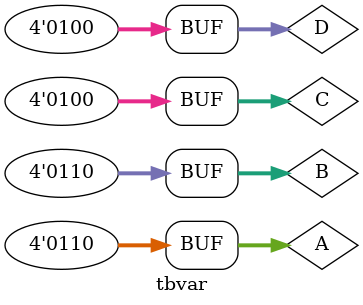
<source format=v>
 `timescale 1ns/1ns
module tbvar;
    reg [3:0] A, B, C, D;
    wire [7:0] var;
    var_calculator ut(A, B, C, D, var);

    initial begin
	A = 4'b1000;  B = 4'b0101;  C = 4'b0011; D = 4'b0110;
	#100;
	A = 4'b0010;  B = 4'b1001;  C = 4'b0111; D = 4'b1100;  
	#100;
	A = 4'b0110;  B = 4'b0110;  C = 4'b0100; D = 4'b0100;   
	#100;
    end
endmodule

</source>
